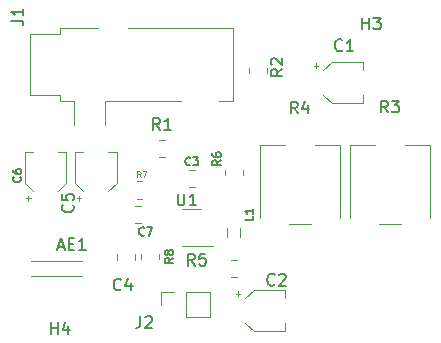
<source format=gbr>
%TF.GenerationSoftware,KiCad,Pcbnew,(6.0.9)*%
%TF.CreationDate,2022-12-23T11:03:20+01:00*%
%TF.ProjectId,FM_Transmitter,464d5f54-7261-46e7-936d-69747465722e,rev?*%
%TF.SameCoordinates,Original*%
%TF.FileFunction,Legend,Top*%
%TF.FilePolarity,Positive*%
%FSLAX46Y46*%
G04 Gerber Fmt 4.6, Leading zero omitted, Abs format (unit mm)*
G04 Created by KiCad (PCBNEW (6.0.9)) date 2022-12-23 11:03:20*
%MOMM*%
%LPD*%
G01*
G04 APERTURE LIST*
%ADD10C,0.150000*%
%ADD11C,0.125000*%
%ADD12C,0.120000*%
G04 APERTURE END LIST*
D10*
%TO.C,R4*%
X90734495Y-85915702D02*
X90401162Y-85439512D01*
X90163066Y-85915702D02*
X90163066Y-84915702D01*
X90544019Y-84915702D01*
X90639257Y-84963322D01*
X90686876Y-85010941D01*
X90734495Y-85106179D01*
X90734495Y-85249036D01*
X90686876Y-85344274D01*
X90639257Y-85391893D01*
X90544019Y-85439512D01*
X90163066Y-85439512D01*
X91591638Y-85249036D02*
X91591638Y-85915702D01*
X91353542Y-84868083D02*
X91115447Y-85582369D01*
X91734495Y-85582369D01*
%TO.C,R6*%
X84226451Y-89888478D02*
X83893118Y-90121812D01*
X84226451Y-90288478D02*
X83526451Y-90288478D01*
X83526451Y-90021812D01*
X83559785Y-89955145D01*
X83593118Y-89921812D01*
X83659785Y-89888478D01*
X83759785Y-89888478D01*
X83826451Y-89921812D01*
X83859785Y-89955145D01*
X83893118Y-90021812D01*
X83893118Y-90288478D01*
X83526451Y-89288478D02*
X83526451Y-89421812D01*
X83559785Y-89488478D01*
X83593118Y-89521812D01*
X83693118Y-89588478D01*
X83826451Y-89621812D01*
X84093118Y-89621812D01*
X84159785Y-89588478D01*
X84193118Y-89555145D01*
X84226451Y-89488478D01*
X84226451Y-89355145D01*
X84193118Y-89288478D01*
X84159785Y-89255145D01*
X84093118Y-89221812D01*
X83926451Y-89221812D01*
X83859785Y-89255145D01*
X83826451Y-89288478D01*
X83793118Y-89355145D01*
X83793118Y-89488478D01*
X83826451Y-89555145D01*
X83859785Y-89588478D01*
X83926451Y-89621812D01*
%TO.C,R3*%
X98385833Y-85838577D02*
X98052500Y-85362387D01*
X97814404Y-85838577D02*
X97814404Y-84838577D01*
X98195357Y-84838577D01*
X98290595Y-84886197D01*
X98338214Y-84933816D01*
X98385833Y-85029054D01*
X98385833Y-85171911D01*
X98338214Y-85267149D01*
X98290595Y-85314768D01*
X98195357Y-85362387D01*
X97814404Y-85362387D01*
X98719166Y-84838577D02*
X99338214Y-84838577D01*
X99004880Y-85219530D01*
X99147738Y-85219530D01*
X99242976Y-85267149D01*
X99290595Y-85314768D01*
X99338214Y-85410006D01*
X99338214Y-85648101D01*
X99290595Y-85743339D01*
X99242976Y-85790958D01*
X99147738Y-85838577D01*
X98862023Y-85838577D01*
X98766785Y-85790958D01*
X98719166Y-85743339D01*
%TO.C,U1*%
X80591454Y-92717349D02*
X80591454Y-93526873D01*
X80639073Y-93622111D01*
X80686692Y-93669730D01*
X80781930Y-93717349D01*
X80972406Y-93717349D01*
X81067644Y-93669730D01*
X81115263Y-93622111D01*
X81162882Y-93526873D01*
X81162882Y-92717349D01*
X82162882Y-93717349D02*
X81591454Y-93717349D01*
X81877168Y-93717349D02*
X81877168Y-92717349D01*
X81781930Y-92860207D01*
X81686692Y-92955445D01*
X81591454Y-93003064D01*
%TO.C,L1*%
X86997501Y-94604666D02*
X86997501Y-94938000D01*
X86297501Y-94938000D01*
X86997501Y-94004666D02*
X86997501Y-94404666D01*
X86997501Y-94204666D02*
X86297501Y-94204666D01*
X86397501Y-94271333D01*
X86464168Y-94338000D01*
X86497501Y-94404666D01*
%TO.C,C5*%
X71688976Y-93669503D02*
X71736595Y-93717122D01*
X71784214Y-93859979D01*
X71784214Y-93955217D01*
X71736595Y-94098075D01*
X71641357Y-94193313D01*
X71546119Y-94240932D01*
X71355643Y-94288551D01*
X71212786Y-94288551D01*
X71022310Y-94240932D01*
X70927072Y-94193313D01*
X70831834Y-94098075D01*
X70784214Y-93955217D01*
X70784214Y-93859979D01*
X70831834Y-93717122D01*
X70879453Y-93669503D01*
X70784214Y-92764741D02*
X70784214Y-93240932D01*
X71260405Y-93288551D01*
X71212786Y-93240932D01*
X71165167Y-93145694D01*
X71165167Y-92907598D01*
X71212786Y-92812360D01*
X71260405Y-92764741D01*
X71355643Y-92717122D01*
X71593738Y-92717122D01*
X71688976Y-92764741D01*
X71736595Y-92812360D01*
X71784214Y-92907598D01*
X71784214Y-93145694D01*
X71736595Y-93240932D01*
X71688976Y-93288551D01*
D11*
%TO.C,R7*%
X77445970Y-91331656D02*
X77279304Y-91093561D01*
X77160256Y-91331656D02*
X77160256Y-90831656D01*
X77350732Y-90831656D01*
X77398351Y-90855466D01*
X77422161Y-90879275D01*
X77445970Y-90926894D01*
X77445970Y-90998323D01*
X77422161Y-91045942D01*
X77398351Y-91069751D01*
X77350732Y-91093561D01*
X77160256Y-91093561D01*
X77612637Y-90831656D02*
X77945970Y-90831656D01*
X77731684Y-91331656D01*
D10*
%TO.C,H4*%
X69850095Y-104592380D02*
X69850095Y-103592380D01*
X69850095Y-104068571D02*
X70421523Y-104068571D01*
X70421523Y-104592380D02*
X70421523Y-103592380D01*
X71326285Y-103925714D02*
X71326285Y-104592380D01*
X71088190Y-103544761D02*
X70850095Y-104259047D01*
X71469142Y-104259047D01*
%TO.C,R8*%
X80198666Y-98160666D02*
X79865333Y-98394000D01*
X80198666Y-98560666D02*
X79498666Y-98560666D01*
X79498666Y-98294000D01*
X79532000Y-98227333D01*
X79565333Y-98194000D01*
X79632000Y-98160666D01*
X79732000Y-98160666D01*
X79798666Y-98194000D01*
X79832000Y-98227333D01*
X79865333Y-98294000D01*
X79865333Y-98560666D01*
X79798666Y-97760666D02*
X79765333Y-97827333D01*
X79732000Y-97860666D01*
X79665333Y-97894000D01*
X79632000Y-97894000D01*
X79565333Y-97860666D01*
X79532000Y-97827333D01*
X79498666Y-97760666D01*
X79498666Y-97627333D01*
X79532000Y-97560666D01*
X79565333Y-97527333D01*
X79632000Y-97494000D01*
X79665333Y-97494000D01*
X79732000Y-97527333D01*
X79765333Y-97560666D01*
X79798666Y-97627333D01*
X79798666Y-97760666D01*
X79832000Y-97827333D01*
X79865333Y-97860666D01*
X79932000Y-97894000D01*
X80065333Y-97894000D01*
X80132000Y-97860666D01*
X80165333Y-97827333D01*
X80198666Y-97760666D01*
X80198666Y-97627333D01*
X80165333Y-97560666D01*
X80132000Y-97527333D01*
X80065333Y-97494000D01*
X79932000Y-97494000D01*
X79865333Y-97527333D01*
X79832000Y-97560666D01*
X79798666Y-97627333D01*
%TO.C,C1*%
X94514665Y-80553299D02*
X94467046Y-80600918D01*
X94324189Y-80648537D01*
X94228951Y-80648537D01*
X94086093Y-80600918D01*
X93990855Y-80505680D01*
X93943236Y-80410442D01*
X93895617Y-80219966D01*
X93895617Y-80077109D01*
X93943236Y-79886633D01*
X93990855Y-79791395D01*
X94086093Y-79696157D01*
X94228951Y-79648537D01*
X94324189Y-79648537D01*
X94467046Y-79696157D01*
X94514665Y-79743776D01*
X95467046Y-80648537D02*
X94895617Y-80648537D01*
X95181332Y-80648537D02*
X95181332Y-79648537D01*
X95086093Y-79791395D01*
X94990855Y-79886633D01*
X94895617Y-79934252D01*
%TO.C,R5*%
X82021413Y-98803430D02*
X81688080Y-98327240D01*
X81449984Y-98803430D02*
X81449984Y-97803430D01*
X81830937Y-97803430D01*
X81926175Y-97851050D01*
X81973794Y-97898669D01*
X82021413Y-97993907D01*
X82021413Y-98136764D01*
X81973794Y-98232002D01*
X81926175Y-98279621D01*
X81830937Y-98327240D01*
X81449984Y-98327240D01*
X82926175Y-97803430D02*
X82449984Y-97803430D01*
X82402365Y-98279621D01*
X82449984Y-98232002D01*
X82545222Y-98184383D01*
X82783318Y-98184383D01*
X82878556Y-98232002D01*
X82926175Y-98279621D01*
X82973794Y-98374859D01*
X82973794Y-98612954D01*
X82926175Y-98708192D01*
X82878556Y-98755811D01*
X82783318Y-98803430D01*
X82545222Y-98803430D01*
X82449984Y-98755811D01*
X82402365Y-98708192D01*
%TO.C,R1*%
X79081333Y-87320380D02*
X78748000Y-86844190D01*
X78509904Y-87320380D02*
X78509904Y-86320380D01*
X78890857Y-86320380D01*
X78986095Y-86368000D01*
X79033714Y-86415619D01*
X79081333Y-86510857D01*
X79081333Y-86653714D01*
X79033714Y-86748952D01*
X78986095Y-86796571D01*
X78890857Y-86844190D01*
X78509904Y-86844190D01*
X80033714Y-87320380D02*
X79462285Y-87320380D01*
X79748000Y-87320380D02*
X79748000Y-86320380D01*
X79652761Y-86463238D01*
X79557523Y-86558476D01*
X79462285Y-86606095D01*
%TO.C,H3*%
X96214204Y-78810881D02*
X96214204Y-77810881D01*
X96214204Y-78287072D02*
X96785632Y-78287072D01*
X96785632Y-78810881D02*
X96785632Y-77810881D01*
X97166585Y-77810881D02*
X97785632Y-77810881D01*
X97452299Y-78191834D01*
X97595156Y-78191834D01*
X97690394Y-78239453D01*
X97738013Y-78287072D01*
X97785632Y-78382310D01*
X97785632Y-78620405D01*
X97738013Y-78715643D01*
X97690394Y-78763262D01*
X97595156Y-78810881D01*
X97309442Y-78810881D01*
X97214204Y-78763262D01*
X97166585Y-78715643D01*
%TO.C,R2*%
X89455409Y-82177926D02*
X88979219Y-82511260D01*
X89455409Y-82749355D02*
X88455409Y-82749355D01*
X88455409Y-82368402D01*
X88503029Y-82273164D01*
X88550648Y-82225545D01*
X88645886Y-82177926D01*
X88788743Y-82177926D01*
X88883981Y-82225545D01*
X88931600Y-82273164D01*
X88979219Y-82368402D01*
X88979219Y-82749355D01*
X88550648Y-81796974D02*
X88503029Y-81749355D01*
X88455409Y-81654117D01*
X88455409Y-81416021D01*
X88503029Y-81320783D01*
X88550648Y-81273164D01*
X88645886Y-81225545D01*
X88741124Y-81225545D01*
X88883981Y-81273164D01*
X89455409Y-81844593D01*
X89455409Y-81225545D01*
%TO.C,AE1*%
X70461333Y-97194666D02*
X70937523Y-97194666D01*
X70366095Y-97480380D02*
X70699428Y-96480380D01*
X71032761Y-97480380D01*
X71366095Y-96956571D02*
X71699428Y-96956571D01*
X71842285Y-97480380D02*
X71366095Y-97480380D01*
X71366095Y-96480380D01*
X71842285Y-96480380D01*
X72794666Y-97480380D02*
X72223238Y-97480380D01*
X72508952Y-97480380D02*
X72508952Y-96480380D01*
X72413714Y-96623238D01*
X72318476Y-96718476D01*
X72223238Y-96766095D01*
%TO.C,C7*%
X77751975Y-96195521D02*
X77718642Y-96228854D01*
X77618642Y-96262187D01*
X77551975Y-96262187D01*
X77451975Y-96228854D01*
X77385308Y-96162187D01*
X77351975Y-96095521D01*
X77318642Y-95962187D01*
X77318642Y-95862187D01*
X77351975Y-95728854D01*
X77385308Y-95662187D01*
X77451975Y-95595521D01*
X77551975Y-95562187D01*
X77618642Y-95562187D01*
X77718642Y-95595521D01*
X77751975Y-95628854D01*
X77985308Y-95562187D02*
X78451975Y-95562187D01*
X78151975Y-96262187D01*
%TO.C,C2*%
X88790917Y-100398864D02*
X88743298Y-100446483D01*
X88600441Y-100494102D01*
X88505203Y-100494102D01*
X88362345Y-100446483D01*
X88267107Y-100351245D01*
X88219488Y-100256007D01*
X88171869Y-100065531D01*
X88171869Y-99922674D01*
X88219488Y-99732198D01*
X88267107Y-99636960D01*
X88362345Y-99541722D01*
X88505203Y-99494102D01*
X88600441Y-99494102D01*
X88743298Y-99541722D01*
X88790917Y-99589341D01*
X89171869Y-99589341D02*
X89219488Y-99541722D01*
X89314726Y-99494102D01*
X89552822Y-99494102D01*
X89648060Y-99541722D01*
X89695679Y-99589341D01*
X89743298Y-99684579D01*
X89743298Y-99779817D01*
X89695679Y-99922674D01*
X89124250Y-100494102D01*
X89743298Y-100494102D01*
%TO.C,C4*%
X75782416Y-100810198D02*
X75734797Y-100857817D01*
X75591940Y-100905436D01*
X75496702Y-100905436D01*
X75353844Y-100857817D01*
X75258606Y-100762579D01*
X75210987Y-100667341D01*
X75163368Y-100476865D01*
X75163368Y-100334008D01*
X75210987Y-100143532D01*
X75258606Y-100048294D01*
X75353844Y-99953056D01*
X75496702Y-99905436D01*
X75591940Y-99905436D01*
X75734797Y-99953056D01*
X75782416Y-100000675D01*
X76639559Y-100238770D02*
X76639559Y-100905436D01*
X76401463Y-99857817D02*
X76163368Y-100572103D01*
X76782416Y-100572103D01*
%TO.C,C6*%
X67274253Y-91288610D02*
X67307586Y-91321944D01*
X67340919Y-91421944D01*
X67340919Y-91488610D01*
X67307586Y-91588610D01*
X67240919Y-91655277D01*
X67174253Y-91688610D01*
X67040919Y-91721944D01*
X66940919Y-91721944D01*
X66807586Y-91688610D01*
X66740919Y-91655277D01*
X66674253Y-91588610D01*
X66640919Y-91488610D01*
X66640919Y-91421944D01*
X66674253Y-91321944D01*
X66707586Y-91288610D01*
X66640919Y-90688610D02*
X66640919Y-90821944D01*
X66674253Y-90888610D01*
X66707586Y-90921944D01*
X66807586Y-90988610D01*
X66940919Y-91021944D01*
X67207586Y-91021944D01*
X67274253Y-90988610D01*
X67307586Y-90955277D01*
X67340919Y-90888610D01*
X67340919Y-90755277D01*
X67307586Y-90688610D01*
X67274253Y-90655277D01*
X67207586Y-90621944D01*
X67040919Y-90621944D01*
X66974253Y-90655277D01*
X66940919Y-90688610D01*
X66907586Y-90755277D01*
X66907586Y-90888610D01*
X66940919Y-90955277D01*
X66974253Y-90988610D01*
X67040919Y-91021944D01*
%TO.C,C3*%
X81671333Y-90258575D02*
X81638000Y-90291908D01*
X81538000Y-90325241D01*
X81471333Y-90325241D01*
X81371333Y-90291908D01*
X81304666Y-90225241D01*
X81271333Y-90158575D01*
X81238000Y-90025241D01*
X81238000Y-89925241D01*
X81271333Y-89791908D01*
X81304666Y-89725241D01*
X81371333Y-89658575D01*
X81471333Y-89625241D01*
X81538000Y-89625241D01*
X81638000Y-89658575D01*
X81671333Y-89691908D01*
X81904666Y-89625241D02*
X82338000Y-89625241D01*
X82104666Y-89891908D01*
X82204666Y-89891908D01*
X82271333Y-89925241D01*
X82304666Y-89958575D01*
X82338000Y-90025241D01*
X82338000Y-90191908D01*
X82304666Y-90258575D01*
X82271333Y-90291908D01*
X82204666Y-90325241D01*
X82004666Y-90325241D01*
X81938000Y-90291908D01*
X81904666Y-90258575D01*
%TO.C,J2*%
X77430666Y-103084380D02*
X77430666Y-103798666D01*
X77383047Y-103941523D01*
X77287809Y-104036761D01*
X77144952Y-104084380D01*
X77049714Y-104084380D01*
X77859238Y-103179619D02*
X77906857Y-103132000D01*
X78002095Y-103084380D01*
X78240190Y-103084380D01*
X78335428Y-103132000D01*
X78383047Y-103179619D01*
X78430666Y-103274857D01*
X78430666Y-103370095D01*
X78383047Y-103512952D01*
X77811619Y-104084380D01*
X78430666Y-104084380D01*
%TO.C,J1*%
X66508380Y-78057333D02*
X67222666Y-78057333D01*
X67365523Y-78104952D01*
X67460761Y-78200190D01*
X67508380Y-78343047D01*
X67508380Y-78438285D01*
X67508380Y-77057333D02*
X67508380Y-77628761D01*
X67508380Y-77343047D02*
X66508380Y-77343047D01*
X66651238Y-77438285D01*
X66746476Y-77533523D01*
X66794095Y-77628761D01*
D12*
%TO.C,R4*%
X87561000Y-94782000D02*
X87561000Y-88578000D01*
X94302000Y-94782000D02*
X94302000Y-88578000D01*
X92172000Y-88578000D02*
X94302000Y-88578000D01*
X87561000Y-88578000D02*
X89692000Y-88578000D01*
X90023000Y-95318000D02*
X91842000Y-95318000D01*
%TO.C,R6*%
X86079000Y-91159064D02*
X86079000Y-90704936D01*
X84609000Y-91159064D02*
X84609000Y-90704936D01*
%TO.C,R3*%
X95181000Y-88578000D02*
X97312000Y-88578000D01*
X99792000Y-88578000D02*
X101922000Y-88578000D01*
X95181000Y-94782000D02*
X95181000Y-88578000D01*
X97643000Y-95318000D02*
X99462000Y-95318000D01*
X101922000Y-94782000D02*
X101922000Y-88578000D01*
%TO.C,U1*%
X81782418Y-97125407D02*
X83582418Y-97125407D01*
X81782418Y-94005407D02*
X82582418Y-94005407D01*
X81782418Y-94005407D02*
X80982418Y-94005407D01*
X81782418Y-97125407D02*
X80982418Y-97125407D01*
%TO.C,L1*%
X85904000Y-96411622D02*
X85904000Y-95612378D01*
X84784000Y-96411622D02*
X84784000Y-95612378D01*
%TO.C,C5*%
X71900000Y-89172000D02*
X72600000Y-89172000D01*
X72600000Y-92502563D02*
X71900000Y-91802563D01*
X72225000Y-93307000D02*
X72225000Y-92932000D01*
X75420000Y-91802563D02*
X75420000Y-89172000D01*
X71900000Y-91802563D02*
X71900000Y-89172000D01*
X74720000Y-92502563D02*
X75420000Y-91802563D01*
X75420000Y-89172000D02*
X74720000Y-89172000D01*
X72037500Y-93119500D02*
X72412500Y-93119500D01*
%TO.C,R7*%
X77147390Y-91670042D02*
X77601518Y-91670042D01*
X77147390Y-93140042D02*
X77601518Y-93140042D01*
%TO.C,R8*%
X77497000Y-97816936D02*
X77497000Y-98271064D01*
X78967000Y-97816936D02*
X78967000Y-98271064D01*
%TO.C,C1*%
X96248000Y-85072000D02*
X96248000Y-84372000D01*
X92113000Y-81877000D02*
X92488000Y-81877000D01*
X93617437Y-85072000D02*
X96248000Y-85072000D01*
X96248000Y-81552000D02*
X96248000Y-82252000D01*
X92300500Y-81689500D02*
X92300500Y-82064500D01*
X92917437Y-82252000D02*
X93617437Y-81552000D01*
X92917437Y-84372000D02*
X93617437Y-85072000D01*
X93617437Y-81552000D02*
X96248000Y-81552000D01*
%TO.C,R5*%
X85116936Y-98325000D02*
X85571064Y-98325000D01*
X85116936Y-99795000D02*
X85571064Y-99795000D01*
%TO.C,R1*%
X79020936Y-88165000D02*
X79475064Y-88165000D01*
X79020936Y-89635000D02*
X79475064Y-89635000D01*
%TO.C,R2*%
X88111000Y-82523064D02*
X88111000Y-82068936D01*
X86641000Y-82523064D02*
X86641000Y-82068936D01*
%TO.C,AE1*%
X72527000Y-98450000D02*
X68197000Y-98450000D01*
X72527000Y-99670000D02*
X68197000Y-99670000D01*
%TO.C,C7*%
X77477252Y-95223000D02*
X76954748Y-95223000D01*
X77477252Y-93753000D02*
X76954748Y-93753000D01*
%TO.C,C2*%
X87013437Y-104376000D02*
X89644000Y-104376000D01*
X86313437Y-101556000D02*
X87013437Y-100856000D01*
X89644000Y-104376000D02*
X89644000Y-103676000D01*
X86313437Y-103676000D02*
X87013437Y-104376000D01*
X85696500Y-100993500D02*
X85696500Y-101368500D01*
X89644000Y-100856000D02*
X89644000Y-101556000D01*
X85509000Y-101181000D02*
X85884000Y-101181000D01*
X87013437Y-100856000D02*
X89644000Y-100856000D01*
%TO.C,C4*%
X76935000Y-97782748D02*
X76935000Y-98305252D01*
X75465000Y-97782748D02*
X75465000Y-98305252D01*
%TO.C,C6*%
X67625490Y-91802563D02*
X67625490Y-89172000D01*
X67762990Y-93119500D02*
X68137990Y-93119500D01*
X71145490Y-91802563D02*
X71145490Y-89172000D01*
X67625490Y-89172000D02*
X68325490Y-89172000D01*
X67950490Y-93307000D02*
X67950490Y-92932000D01*
X71145490Y-89172000D02*
X70445490Y-89172000D01*
X70445490Y-92502563D02*
X71145490Y-91802563D01*
X68325490Y-92502563D02*
X67625490Y-91802563D01*
%TO.C,C3*%
X82049252Y-92175000D02*
X81526748Y-92175000D01*
X82049252Y-90705000D02*
X81526748Y-90705000D01*
%TO.C,J2*%
X79204000Y-101048000D02*
X80264000Y-101048000D01*
X81264000Y-101048000D02*
X83324000Y-101048000D01*
X83324000Y-103168000D02*
X83324000Y-101048000D01*
X81264000Y-103168000D02*
X81264000Y-101048000D01*
X79204000Y-102108000D02*
X79204000Y-101048000D01*
X81264000Y-103168000D02*
X83324000Y-103168000D01*
%TO.C,J1*%
X71808000Y-84888000D02*
X70608000Y-84888000D01*
X85308000Y-78688000D02*
X85308000Y-84888000D01*
X70608000Y-84888000D02*
X70608000Y-84388000D01*
X68108000Y-79188000D02*
X70608000Y-79188000D01*
X71808000Y-84888000D02*
X71808000Y-86888000D01*
X70608000Y-84388000D02*
X68108000Y-84388000D01*
X76408000Y-78688000D02*
X85308000Y-78688000D01*
X80908000Y-84888000D02*
X74408000Y-84888000D01*
X70608000Y-79188000D02*
X70608000Y-78688000D01*
X70608000Y-78688000D02*
X73808000Y-78688000D01*
X68108000Y-84388000D02*
X68108000Y-79188000D01*
X74408000Y-84888000D02*
X74408000Y-86888000D01*
X85308000Y-84888000D02*
X84108000Y-84888000D01*
%TD*%
M02*

</source>
